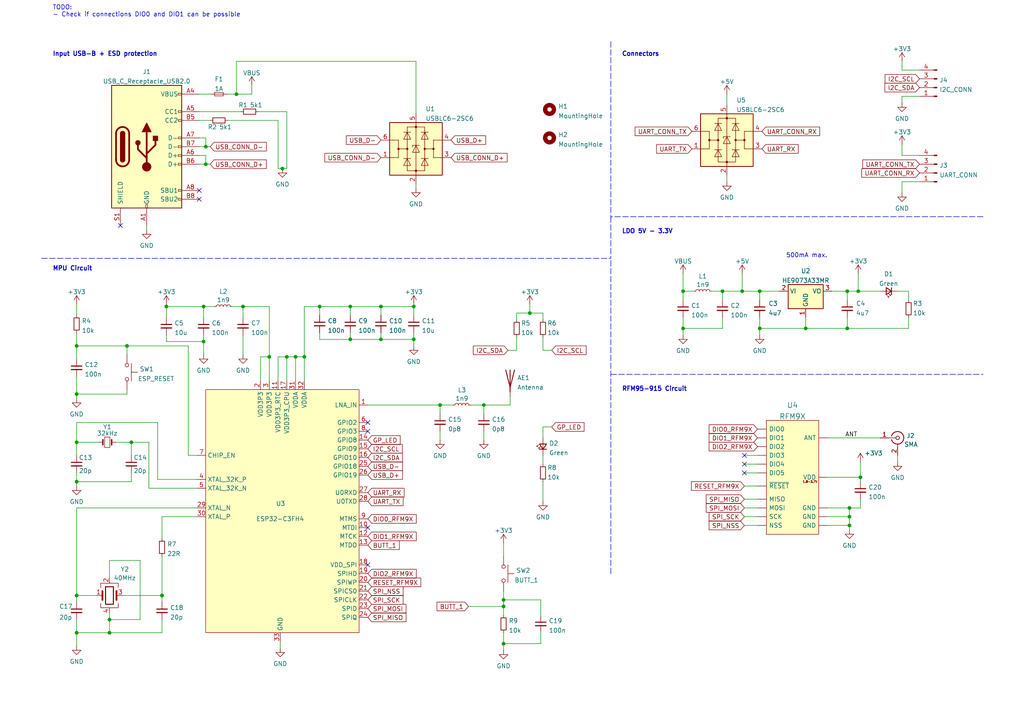
<source format=kicad_sch>
(kicad_sch (version 20211123) (generator eeschema)
  (paper "A4")
  (title_block (title "Gateway PCB Files") (date "2023-02-14") (rev "1.0") (company "UTEC"))
  (lib_symbols
    (symbol "Connector:Conn_01x04_Male" (pin_names (offset 1.016) hide)
      (property "Reference" "J" (at 0 5.08 0))
      (property "Value" "Conn_01x04_Male" (at 0 -7.62 0))
      (symbol "Conn_01x04_Male_1_1"
        (pin passive line (at 5.08 2.54 180) (length 3.81) (name "Pin_1") (number "1"))
        (pin passive line (at 5.08 0 180) (length 3.81) (name "Pin_2") (number "2"))
        (pin passive line (at 5.08 -2.54 180) (length 3.81) (name "Pin_3") (number "3"))
        (pin passive line (at 5.08 -5.08 180) (length 3.81) (name "Pin_4") (number "4"))
      )
    )
    (symbol "Connector:Conn_Coaxial" (pin_names (offset 1.016) hide)
      (property "Reference" "J" (at 0.254 3.048 0))
      (property "Value" "Conn_Coaxial" (at 2.921 0 90))
      (symbol "Conn_Coaxial_1_1"
        (pin passive line (at -5.08 0 0) (length 2.54) (name "In") (number "1"))
        (pin passive line (at 0 -5.08 90) (length 2.54) (name "Ext") (number "2"))
      )
    )
    (symbol "Connector:USB_C_Receptacle_USB2.0" (pin_names (offset 1.016))
      (property "Reference" "J" (at -10.16 19.05 0))
      (property "Value" "USB_C_Receptacle_USB2.0" (at 19.05 19.05 0))
      (symbol "USB_C_Receptacle_USB2.0_1_1"
        (pin passive line (at 0 -22.86 90) (length 5.08) (name "GND") (number "A1"))
        (pin passive line (at 0 -22.86 90) (length 5.08) hide (name "GND") (number "A12"))
        (pin passive line (at 15.24 15.24 180) (length 5.08) (name "VBUS") (number "A4"))
        (pin bidirectional line (at 15.24 10.16 180) (length 5.08) (name "CC1") (number "A5"))
        (pin bidirectional line (at 15.24 -2.54 180) (length 5.08) (name "D+") (number "A6"))
        (pin bidirectional line (at 15.24 2.54 180) (length 5.08) (name "D-") (number "A7"))
        (pin bidirectional line (at 15.24 -12.7 180) (length 5.08) (name "SBU1") (number "A8"))
        (pin passive line (at 15.24 15.24 180) (length 5.08) hide (name "VBUS") (number "A9"))
        (pin passive line (at 0 -22.86 90) (length 5.08) hide (name "GND") (number "B1"))
        (pin passive line (at 0 -22.86 90) (length 5.08) hide (name "GND") (number "B12"))
        (pin passive line (at 15.24 15.24 180) (length 5.08) hide (name "VBUS") (number "B4"))
        (pin bidirectional line (at 15.24 7.62 180) (length 5.08) (name "CC2") (number "B5"))
        (pin bidirectional line (at 15.24 -5.08 180) (length 5.08) (name "D+") (number "B6"))
        (pin bidirectional line (at 15.24 0 180) (length 5.08) (name "D-") (number "B7"))
        (pin bidirectional line (at 15.24 -15.24 180) (length 5.08) (name "SBU2") (number "B8"))
        (pin passive line (at 15.24 15.24 180) (length 5.08) hide (name "VBUS") (number "B9"))
        (pin passive line (at -7.62 -22.86 90) (length 5.08) (name "SHIELD") (number "S1"))
      )
    )
    (symbol "Device:Antenna" (pin_numbers hide) (pin_names (offset 1.016) hide)
      (property "Reference" "AE" (at -1.905 1.905 0))
      (property "Value" "Antenna" (at -1.905 0 0))
      (symbol "Antenna_1_1"
        (pin input line (at 0 -5.08 90) (length 2.54) (name "A") (number "1"))
      )
    )
    (symbol "Device:C_Small" (pin_numbers hide) (pin_names (offset 0.254) hide)
      (property "Reference" "C" (at 0.254 1.778 0))
      (property "Value" "C_Small" (at 0.254 -2.032 0))
      (symbol "C_Small_1_1"
        (pin passive line (at 0 2.54 270) (length 2.032) (name "~") (number "1"))
        (pin passive line (at 0 -2.54 90) (length 2.032) (name "~") (number "2"))
      )
    )
    (symbol "Device:Crystal_GND24" (pin_names (offset 1.016) hide)
      (property "Reference" "Y" (at 3.175 5.08 0))
      (property "Value" "Crystal_GND24" (at 3.175 3.175 0))
      (symbol "Crystal_GND24_1_1"
        (pin passive line (at -3.81 0 0) (length 1.27) (name "1") (number "1"))
        (pin passive line (at 0 5.08 270) (length 1.27) (name "2") (number "2"))
        (pin passive line (at 3.81 0 180) (length 1.27) (name "3") (number "3"))
        (pin passive line (at 0 -5.08 90) (length 1.27) (name "4") (number "4"))
      )
    )
    (symbol "Device:Crystal_Small" (pin_numbers hide) (pin_names (offset 1.016) hide)
      (property "Reference" "Y" (at 0 2.54 0))
      (property "Value" "Crystal_Small" (at 0 -2.54 0))
      (symbol "Crystal_Small_1_1"
        (pin passive line (at -2.54 0 0) (length 1.27) (name "1") (number "1"))
        (pin passive line (at 2.54 0 180) (length 1.27) (name "2") (number "2"))
      )
    )
    (symbol "Device:Fuse_Small" (pin_numbers hide) (pin_names (offset 0.254) hide)
      (property "Reference" "F" (at 0 -1.524 0))
      (property "Value" "Fuse_Small" (at 0 1.524 0))
      (symbol "Fuse_Small_1_1"
        (pin passive line (at -2.54 0 0) (length 1.27) (name "~") (number "1"))
        (pin passive line (at 2.54 0 180) (length 1.27) (name "~") (number "2"))
      )
    )
    (symbol "Device:LED_Small" (pin_numbers hide) (pin_names (offset 0.254) hide)
      (property "Reference" "D" (at -1.27 3.175 0))
      (property "Value" "LED_Small" (at -4.445 -2.54 0))
      (symbol "LED_Small_1_1"
        (pin passive line (at -2.54 0 0) (length 1.778) (name "K") (number "1"))
        (pin passive line (at 2.54 0 180) (length 1.778) (name "A") (number "2"))
      )
    )
    (symbol "Device:L_Small" (pin_numbers hide) (pin_names (offset 0.254) hide)
      (property "Reference" "L" (at 0.762 1.016 0))
      (property "Value" "L_Small" (at 0.762 -1.016 0))
      (symbol "L_Small_1_1"
        (pin passive line (at 0 2.54 270) (length 0.508) (name "~") (number "1"))
        (pin passive line (at 0 -2.54 90) (length 0.508) (name "~") (number "2"))
      )
    )
    (symbol "Device:R_Small" (pin_numbers hide) (pin_names (offset 0.254) hide)
      (property "Reference" "R" (at 0.762 0.508 0))
      (property "Value" "R_Small" (at 0.762 -1.016 0))
      (symbol "R_Small_1_1"
        (pin passive line (at 0 2.54 270) (length 0.762) (name "~") (number "1"))
        (pin passive line (at 0 -2.54 90) (length 0.762) (name "~") (number "2"))
      )
    )
    (symbol "MCU_Espressif:ESP32-C3FH4"
      (property "Reference" "U" (at 0 1.905 0))
      (property "Value" "ESP32-C3FH4" (at 0 -4.445 0))
      (symbol "ESP32-C3FH4_1_1"
        (pin output line (at 25.4 29.845 180) (length 2.54) (name "LNA_IN") (number "1"))
        (pin bidirectional line (at 25.4 -5.715 180) (length 2.54) (name "MTDI") (number "10"))
        (pin power_in line (at -0.635 36.83 270) (length 2.54) (name "VDD3P3_RTC") (number "11"))
        (pin bidirectional line (at 25.4 -8.255 180) (length 2.54) (name "MTCK") (number "12"))
        (pin bidirectional line (at 25.4 -10.795 180) (length 2.54) (name "MTDO") (number "13"))
        (pin bidirectional line (at 25.4 19.685 180) (length 2.54) (name "GPIO8") (number "14"))
        (pin bidirectional line (at 25.4 17.145 180) (length 2.54) (name "GPIO9") (number "15"))
        (pin bidirectional line (at 25.4 14.605 180) (length 2.54) (name "GPIO10") (number "16"))
        (pin power_in line (at 1.905 36.83 270) (length 2.54) (name "VDD3P3_CPU") (number "17"))
        (pin power_in line (at 25.4 -16.51 180) (length 2.54) (name "VDD_SPI") (number "18"))
        (pin bidirectional line (at 25.4 -19.05 180) (length 2.54) (name "SPIHD") (number "19"))
        (pin power_in line (at -5.715 36.83 270) (length 2.54) (name "VDD3P3") (number "2"))
        (pin bidirectional line (at 25.4 -21.59 180) (length 2.54) (name "SPIWP") (number "20"))
        (pin bidirectional line (at 25.4 -24.13 180) (length 2.54) (name "SPICS0") (number "21"))
        (pin bidirectional line (at 25.4 -26.67 180) (length 2.54) (name "SPICLK") (number "22"))
        (pin bidirectional line (at 25.4 -29.21 180) (length 2.54) (name "SPID") (number "23"))
        (pin bidirectional line (at 25.4 -31.75 180) (length 2.54) (name "SPIQ") (number "24"))
        (pin bidirectional line (at 25.4 12.065 180) (length 2.54) (name "GPIO18") (number "25"))
        (pin bidirectional line (at 25.4 9.525 180) (length 2.54) (name "GPIO19") (number "26"))
        (pin bidirectional line (at 25.4 4.445 180) (length 2.54) (name "U0RXD") (number "27"))
        (pin bidirectional line (at 25.4 1.905 180) (length 2.54) (name "U0TXD") (number "28"))
        (pin bidirectional line (at -24.13 0 0) (length 2.54) (name "XTAL_N") (number "29"))
        (pin power_in line (at -3.175 36.83 270) (length 2.54) (name "VDD3P3") (number "3"))
        (pin bidirectional line (at -24.13 -2.54 0) (length 2.54) (name "XTAL_P") (number "30"))
        (pin power_in line (at 4.445 36.83 270) (length 2.54) (name "VDDA") (number "31"))
        (pin power_in line (at 6.985 36.83 270) (length 2.54) (name "VDDA") (number "32"))
        (pin power_out line (at 0 -38.735 90) (length 2.54) (name "GND") (number "33"))
        (pin bidirectional line (at -24.13 8.255 0) (length 2.54) (name "XTAL_32K_P") (number "4"))
        (pin bidirectional line (at -24.13 5.715 0) (length 2.54) (name "XTAL_32K_N") (number "5"))
        (pin bidirectional line (at 25.4 24.765 180) (length 2.54) (name "GPIO2") (number "6"))
        (pin input line (at -24.13 15.24 0) (length 2.54) (name "CHIP_EN") (number "7"))
        (pin bidirectional line (at 25.4 22.225 180) (length 2.54) (name "GPIO3") (number "8"))
        (pin bidirectional line (at 25.4 -3.175 180) (length 2.54) (name "MTMS") (number "9"))
      )
    )
    (symbol "Mechanical:MountingHole" (pin_names (offset 1.016))
      (property "Reference" "H" (at 0 5.08 0))
      (property "Value" "MountingHole" (at 0 3.175 0))
    )
    (symbol "Power_Protection:USBLC6-2SC6" (pin_names hide)
      (property "Reference" "U" (at 2.54 8.89 0))
      (property "Value" "USBLC6-2SC6" (at 2.54 -8.89 0))
      (symbol "USBLC6-2SC6_1_1"
        (pin passive line (at -10.16 -2.54 0) (length 2.54) (name "I/O1") (number "1"))
        (pin passive line (at 0 -10.16 90) (length 2.54) (name "GND") (number "2"))
        (pin passive line (at 10.16 -2.54 180) (length 2.54) (name "I/O2") (number "3"))
        (pin passive line (at 10.16 2.54 180) (length 2.54) (name "I/O2") (number "4"))
        (pin passive line (at 0 10.16 270) (length 2.54) (name "VBUS") (number "5"))
        (pin passive line (at -10.16 2.54 0) (length 2.54) (name "I/O1") (number "6"))
      )
    )
    (symbol "RFM9X:RFM9X" (pin_numbers hide) (pin_names (offset 0.762))
      (property "Reference" "U4" (at 0 20.9139 0))
      (property "Value" "RFM9X" (at 0 17.6349 0))
      (symbol "RFM9X_0_0"
        (text "1.8-3.7V" (at 5.08 -1.27 0) (effects (font (size 0.6096 0.6096))))
      )
      (symbol "RFM9X_1_1"
        (pin power_in line (at 10.16 -8.89 180) (length 2.54) (name "GND") (number "1"))
        (pin power_in line (at 10.16 -13.97 180) (length 2.54) (name "GND") (number "10"))
        (pin bidirectional line (at -10.16 6.35 0) (length 2.54) (name "DIO3") (number "11"))
        (pin bidirectional line (at -10.16 3.81 0) (length 2.54) (name "DIO4") (number "12"))
        (pin power_in line (at 10.16 0 180) (length 2.54) (name "VDD") (number "13"))
        (pin bidirectional line (at -10.16 13.97 0) (length 2.54) (name "DIO0") (number "14"))
        (pin bidirectional line (at -10.16 11.43 0) (length 2.54) (name "DIO1") (number "15"))
        (pin bidirectional line (at -10.16 8.89 0) (length 2.54) (name "DIO2") (number "16"))
        (pin output line (at -10.16 -6.35 0) (length 2.54) (name "MISO") (number "2"))
        (pin input line (at -10.16 -8.89 0) (length 2.54) (name "MOSI") (number "3"))
        (pin input line (at -10.16 -11.43 0) (length 2.54) (name "SCK") (number "4"))
        (pin input line (at -10.16 -13.97 0) (length 2.54) (name "NSS") (number "5"))
        (pin input line (at -10.16 -2.54 0) (length 2.54) (name "~{RESET}") (number "6"))
        (pin bidirectional line (at -10.16 1.27 0) (length 2.54) (name "DIO5") (number "7"))
        (pin power_in line (at 10.16 -11.43 180) (length 2.54) (name "GND") (number "8"))
        (pin output line (at 10.16 11.43 180) (length 2.54) (name "ANT") (number "9"))
      )
    )
    (symbol "Regulator_Linear:MCP1754S-5002xCB"
      (property "Reference" "U?" (at 0 5.8715 0))
      (property "Value" "MCP1754S-5002xCB" (at 0 3.0964 0))
      (symbol "MCP1754S-5002xCB_1_1"
        (pin power_in line (at 0 -7.62 90) (length 2.54) (name "GND") (number "1"))
        (pin power_in line (at -7.62 0 0) (length 2.54) (name "VI") (number "2"))
        (pin power_out line (at 7.62 0 180) (length 2.54) (name "VO") (number "3"))
      )
    )
    (symbol "Switch:SW_Push" (pin_numbers hide) (pin_names (offset 1.016) hide)
      (property "Reference" "SW" (at 1.27 2.54 0))
      (property "Value" "SW_Push" (at 0 -1.524 0))
      (symbol "SW_Push_0_1"
        (pin passive line (at -5.08 0 0) (length 2.54) (name "1") (number "1"))
        (pin passive line (at 5.08 0 180) (length 2.54) (name "2") (number "2"))
      )
    )
    (symbol "power:+3.3V" (power) (pin_names (offset 0))
      (property "Value" "+3.3V" (at 0 3.556 0))
      (symbol "+3.3V_1_1"
        (pin power_in line (at 0 0 90) (length 0) hide (name "+3V3") (number "1"))
      )
    )
    (symbol "power:+3V3" (power) (pin_names (offset 0))
      (property "Value" "+3V3" (at 0 3.556 0))
      (symbol "+3V3_1_1"
        (pin power_in line (at 0 0 90) (length 0) hide (name "+3V3") (number "1"))
      )
    )
    (symbol "power:+5V" (power) (pin_names (offset 0))
      (property "Value" "+5V" (at 0 3.556 0))
      (symbol "+5V_1_1"
        (pin power_in line (at 0 0 90) (length 0) hide (name "+5V") (number "1"))
      )
    )
    (symbol "power:GND" (power) (pin_names (offset 0))
      (property "Value" "GND" (at 0 -3.81 0))
      (symbol "GND_1_1"
        (pin power_in line (at 0 0 270) (length 0) hide (name "GND") (number "1"))
      )
    )
    (symbol "power:VBUS" (power) (pin_names (offset 0))
      (property "Value" "VBUS" (at 0 3.81 0))
      (symbol "VBUS_1_1"
        (pin power_in line (at 0 0 90) (length 0) hide (name "VBUS") (number "1"))
      )
    )
  )
  (junction (at 46.99 172.72))
  (junction (at 22.225 114.3))
  (junction (at 140.335 117.475))
  (junction (at 22.225 128.27))
  (junction (at 59.69 42.545))
  (junction (at 85.725 103.505))
  (junction (at 245.745 84.455))
  (junction (at 198.12 84.455))
  (junction (at 246.38 147.32))
  (junction (at 146.05 173.99))
  (junction (at 120.015 88.9))
  (junction (at 246.38 152.4))
  (junction (at 153.67 90.805))
  (junction (at 127.635 117.475))
  (junction (at 70.485 88.9))
  (junction (at 110.49 88.9))
  (junction (at 59.055 99.06))
  (junction (at 83.185 103.505))
  (junction (at 38.1 128.27))
  (junction (at 245.745 95.25))
  (junction (at 198.12 95.25))
  (junction (at 101.6 98.425))
  (junction (at 220.345 84.455))
  (junction (at 146.05 175.895))
  (junction (at 78.105 103.505))
  (junction (at 215.265 84.455))
  (junction (at 48.26 88.9))
  (junction (at 31.75 179.705))
  (junction (at 22.225 100.33))
  (junction (at 249.555 138.43))
  (junction (at 209.55 84.455))
  (junction (at 233.68 95.25))
  (junction (at 120.015 98.425))
  (junction (at 146.05 186.69))
  (junction (at 81.915 48.895))
  (junction (at 59.69 47.625))
  (junction (at 59.055 88.9))
  (junction (at 22.225 172.72))
  (junction (at 248.92 84.455))
  (junction (at 246.38 149.86))
  (junction (at 22.225 139.7))
  (junction (at 92.71 88.9))
  (junction (at 110.49 98.425))
  (junction (at 88.265 103.505))
  (junction (at 22.225 183.515))
  (junction (at 31.75 183.515))
  (junction (at 36.83 100.33))
  (junction (at 68.58 27.305))
  (junction (at 220.345 95.25))
  (junction (at 101.6 88.9))
  (no_connect (at 106.68 125.095))
  (no_connect (at 215.9 134.62))
  (no_connect (at 34.925 65.405))
  (no_connect (at 215.9 132.08))
  (no_connect (at 106.68 163.83))
  (no_connect (at 106.68 153.035))
  (no_connect (at 215.9 137.16))
  (no_connect (at 57.785 55.245))
  (no_connect (at 106.68 122.555))
  (no_connect (at 57.785 57.785))
  (wire (pts (xy 48.26 97.155) (xy 48.26 99.06)))
  (wire (pts (xy 22.225 183.515) (xy 22.225 187.325)))
  (wire (pts (xy 215.9 152.4) (xy 219.71 152.4)))
  (wire (pts (xy 249.555 147.32) (xy 246.38 147.32)))
  (wire (pts (xy 75.565 110.49) (xy 75.565 103.505)))
  (wire (pts (xy 48.26 99.06) (xy 59.055 99.06)))
  (wire (pts (xy 245.745 84.455) (xy 245.745 86.995)))
  (wire (pts (xy 92.71 88.9) (xy 101.6 88.9)))
  (wire (pts (xy 146.05 186.69) (xy 146.05 188.595)))
  (wire (pts (xy 88.265 88.9) (xy 88.265 103.505)))
  (wire (pts (xy 83.185 48.895) (xy 81.915 48.895)))
  (wire (pts (xy 59.69 45.085) (xy 59.69 47.625)))
  (wire (pts (xy 80.645 103.505) (xy 83.185 103.505)))
  (wire (pts (xy 22.225 114.3) (xy 22.225 115.57)))
  (wire (pts (xy 57.785 42.545) (xy 59.69 42.545)))
  (wire (pts (xy 60.96 27.305) (xy 57.785 27.305)))
  (wire (pts (xy 157.48 139.7) (xy 157.48 145.415)))
  (wire (pts (xy 149.86 101.6) (xy 147.32 101.6)))
  (wire (pts (xy 220.345 95.25) (xy 220.345 97.155)))
  (wire (pts (xy 22.225 139.7) (xy 22.225 140.97)))
  (wire (pts (xy 35.56 172.72) (xy 46.99 172.72)))
  (wire (pts (xy 85.725 110.49) (xy 85.725 103.505)))
  (wire (pts (xy 81.28 186.055) (xy 81.28 187.96)))
  (wire (pts (xy 70.485 88.9) (xy 70.485 92.075)))
  (wire (pts (xy 46.99 172.72) (xy 46.99 174.625)))
  (wire (pts (xy 245.745 92.075) (xy 245.745 95.25)))
  (wire (pts (xy 88.265 88.9) (xy 92.71 88.9)))
  (wire (pts (xy 22.225 122.555) (xy 22.225 128.27)))
  (wire (pts (xy 22.225 147.32) (xy 22.225 172.72)))
  (wire (pts (xy 220.345 84.455) (xy 220.345 86.995)))
  (wire (pts (xy 120.015 88.9) (xy 120.015 91.44)))
  (wire (pts (xy 261.62 20.32) (xy 266.7 20.32)))
  (wire (pts (xy 215.9 134.62) (xy 219.71 134.62)))
  (wire (pts (xy 198.12 92.075) (xy 198.12 95.25)))
  (wire (pts (xy 149.86 97.79) (xy 149.86 101.6)))
  (wire (pts (xy 74.93 32.385) (xy 83.185 32.385)))
  (wire (pts (xy 73.025 27.305) (xy 73.025 24.765)))
  (wire (pts (xy 88.265 103.505) (xy 88.265 110.49)))
  (wire (pts (xy 220.345 84.455) (xy 226.06 84.455)))
  (wire (pts (xy 22.225 109.22) (xy 22.225 114.3)))
  (wire (pts (xy 22.225 128.27) (xy 28.575 128.27)))
  (wire (pts (xy 209.55 92.075) (xy 209.55 95.25)))
  (wire (pts (xy 57.785 40.005) (xy 59.69 40.005)))
  (wire (pts (xy 46.99 149.86) (xy 57.15 149.86)))
  (wire (pts (xy 31.75 162.56) (xy 40.64 162.56)))
  (wire (pts (xy 80.645 48.895) (xy 81.915 48.895)))
  (wire (pts (xy 59.69 47.625) (xy 60.96 47.625)))
  (wire (pts (xy 136.525 117.475) (xy 140.335 117.475)))
  (wire (pts (xy 260.35 84.455) (xy 263.525 84.455)))
  (wire (pts (xy 31.75 179.705) (xy 31.75 183.515)))
  (wire (pts (xy 149.86 90.805) (xy 153.67 90.805)))
  (wire (pts (xy 146.05 175.895) (xy 146.05 178.435)))
  (wire (pts (xy 22.225 100.33) (xy 22.225 96.52)))
  (wire (pts (xy 215.9 147.32) (xy 219.71 147.32)))
  (wire (pts (xy 57.785 47.625) (xy 59.69 47.625)))
  (wire (pts (xy 135.89 175.895) (xy 146.05 175.895)))
  (wire (pts (xy 38.1 128.27) (xy 38.1 132.08)))
  (wire (pts (xy 22.225 139.7) (xy 38.1 139.7)))
  (wire (pts (xy 110.49 88.9) (xy 120.015 88.9)))
  (wire (pts (xy 149.86 92.71) (xy 149.86 90.805)))
  (wire (pts (xy 240.03 138.43) (xy 249.555 138.43)))
  (wire (pts (xy 68.58 17.78) (xy 120.65 17.78)))
  (wire (pts (xy 146.05 157.48) (xy 146.05 161.29)))
  (wire (pts (xy 215.9 144.78) (xy 219.71 144.78)))
  (wire (pts (xy 241.3 84.455) (xy 245.745 84.455)))
  (wire (pts (xy 156.845 178.435) (xy 156.845 173.99)))
  (wire (pts (xy 249.555 138.43) (xy 249.555 139.7)))
  (wire (pts (xy 210.82 27.305) (xy 210.82 30.48)))
  (wire (pts (xy 67.31 88.9) (xy 70.485 88.9)))
  (wire (pts (xy 245.745 84.455) (xy 248.92 84.455)))
  (wire (pts (xy 92.71 91.44) (xy 92.71 88.9)))
  (wire (pts (xy 101.6 98.425) (xy 110.49 98.425)))
  (wire (pts (xy 260.35 133.985) (xy 260.35 132.08)))
  (wire (pts (xy 59.69 42.545) (xy 60.96 42.545)))
  (wire (pts (xy 198.12 79.375) (xy 198.12 84.455)))
  (wire (pts (xy 101.6 96.52) (xy 101.6 98.425)))
  (wire (pts (xy 198.12 84.455) (xy 201.295 84.455)))
  (wire (pts (xy 198.12 95.25) (xy 198.12 97.155)))
  (wire (pts (xy 120.015 96.52) (xy 120.015 98.425)))
  (wire (pts (xy 57.785 32.385) (xy 69.85 32.385)))
  (wire (pts (xy 22.225 172.72) (xy 27.94 172.72)))
  (wire (pts (xy 261.62 29.845) (xy 261.62 27.94)))
  (wire (pts (xy 110.49 98.425) (xy 120.015 98.425)))
  (wire (pts (xy 157.48 92.71) (xy 157.48 90.805)))
  (wire (pts (xy 48.26 88.265) (xy 48.26 88.9)))
  (wire (pts (xy 78.105 110.49) (xy 78.105 103.505)))
  (wire (pts (xy 215.9 132.08) (xy 219.71 132.08)))
  (wire (pts (xy 263.525 92.075) (xy 263.525 95.25)))
  (wire (pts (xy 261.62 27.94) (xy 266.7 27.94)))
  (wire (pts (xy 246.38 149.86) (xy 246.38 152.4)))
  (wire (pts (xy 110.49 96.52) (xy 110.49 98.425)))
  (wire (pts (xy 101.6 91.44) (xy 101.6 88.9)))
  (wire (pts (xy 31.75 179.705) (xy 40.64 179.705)))
  (wire (pts (xy 245.745 95.25) (xy 233.68 95.25)))
  (wire (pts (xy 233.68 95.25) (xy 220.345 95.25)))
  (wire (pts (xy 57.15 132.08) (xy 54.61 132.08)))
  (wire (pts (xy 127.635 125.095) (xy 127.635 127.635)))
  (wire (pts (xy 36.83 100.33) (xy 22.225 100.33)))
  (wire (pts (xy 22.225 137.16) (xy 22.225 139.7)))
  (wire (pts (xy 261.62 52.705) (xy 266.7 52.705)))
  (wire (pts (xy 59.69 40.005) (xy 59.69 42.545)))
  (wire (pts (xy 240.03 147.32) (xy 246.38 147.32)))
  (wire (pts (xy 157.48 132.08) (xy 157.48 134.62)))
  (wire (pts (xy 157.48 97.79) (xy 157.48 101.6)))
  (wire (pts (xy 46.99 179.705) (xy 46.99 183.515)))
  (wire (pts (xy 240.03 127) (xy 255.27 127)))
  (wire (pts (xy 120.015 98.425) (xy 120.015 100.33)))
  (wire (pts (xy 209.55 95.25) (xy 198.12 95.25)))
  (wire (pts (xy 48.26 88.9) (xy 48.26 92.075)))
  (wire (pts (xy 40.64 162.56) (xy 40.64 179.705)))
  (wire (pts (xy 68.58 17.78) (xy 68.58 27.305)))
  (wire (pts (xy 106.68 117.475) (xy 127.635 117.475)))
  (wire (pts (xy 57.15 147.32) (xy 22.225 147.32)))
  (wire (pts (xy 246.38 152.4) (xy 246.38 153.67)))
  (wire (pts (xy 263.525 84.455) (xy 263.525 86.995)))
  (wire (pts (xy 209.55 84.455) (xy 215.265 84.455)))
  (wire (pts (xy 220.345 92.075) (xy 220.345 95.25)))
  (wire (pts (xy 57.785 34.925) (xy 60.96 34.925)))
  (wire (pts (xy 120.015 88.265) (xy 120.015 88.9)))
  (wire (pts (xy 240.03 149.86) (xy 246.38 149.86)))
  (wire (pts (xy 38.1 137.16) (xy 38.1 139.7)))
  (wire (pts (xy 153.67 90.805) (xy 153.67 88.265)))
  (polyline (pts (xy 177.165 166.37) (xy 177.165 74.93)))
  (wire (pts (xy 75.565 103.505) (xy 78.105 103.505)))
  (wire (pts (xy 80.645 110.49) (xy 80.645 103.505)))
  (wire (pts (xy 157.48 123.825) (xy 160.02 123.825)))
  (wire (pts (xy 22.225 179.705) (xy 22.225 183.515)))
  (wire (pts (xy 59.055 88.9) (xy 62.23 88.9)))
  (wire (pts (xy 54.61 100.33) (xy 54.61 132.08)))
  (wire (pts (xy 85.725 103.505) (xy 88.265 103.505)))
  (wire (pts (xy 36.83 100.33) (xy 36.83 102.87)))
  (wire (pts (xy 48.26 88.9) (xy 59.055 88.9)))
  (wire (pts (xy 46.99 161.29) (xy 46.99 172.72)))
  (wire (pts (xy 157.48 127) (xy 157.48 123.825)))
  (wire (pts (xy 156.845 173.99) (xy 146.05 173.99)))
  (wire (pts (xy 140.335 125.095) (xy 140.335 127.635)))
  (wire (pts (xy 22.225 174.625) (xy 22.225 172.72)))
  (wire (pts (xy 22.225 183.515) (xy 31.75 183.515)))
  (wire (pts (xy 22.225 128.27) (xy 22.225 132.08)))
  (wire (pts (xy 66.04 34.925) (xy 80.645 34.925)))
  (wire (pts (xy 240.03 152.4) (xy 246.38 152.4)))
  (wire (pts (xy 110.49 91.44) (xy 110.49 88.9)))
  (wire (pts (xy 59.055 97.155) (xy 59.055 99.06)))
  (wire (pts (xy 146.05 171.45) (xy 146.05 173.99)))
  (wire (pts (xy 92.71 98.425) (xy 101.6 98.425)))
  (wire (pts (xy 120.65 17.78) (xy 120.65 33.02)))
  (wire (pts (xy 101.6 88.9) (xy 110.49 88.9)))
  (wire (pts (xy 215.9 140.97) (xy 219.71 140.97)))
  (wire (pts (xy 146.05 173.99) (xy 146.05 175.895)))
  (wire (pts (xy 209.55 84.455) (xy 209.55 86.995)))
  (wire (pts (xy 248.92 79.375) (xy 248.92 84.455)))
  (wire (pts (xy 59.055 92.075) (xy 59.055 88.9)))
  (wire (pts (xy 146.05 183.515) (xy 146.05 186.69)))
  (wire (pts (xy 261.62 45.085) (xy 266.7 45.085)))
  (wire (pts (xy 140.335 117.475) (xy 140.335 120.015)))
  (wire (pts (xy 66.04 27.305) (xy 68.58 27.305)))
  (wire (pts (xy 215.265 79.375) (xy 215.265 84.455)))
  (wire (pts (xy 83.185 110.49) (xy 83.185 103.505)))
  (wire (pts (xy 36.83 113.03) (xy 36.83 114.3)))
  (wire (pts (xy 45.72 139.065) (xy 45.72 122.555)))
  (wire (pts (xy 57.15 141.605) (xy 43.18 141.605)))
  (wire (pts (xy 215.9 149.86) (xy 219.71 149.86)))
  (wire (pts (xy 147.955 117.475) (xy 140.335 117.475)))
  (wire (pts (xy 36.83 100.33) (xy 54.61 100.33)))
  (wire (pts (xy 147.955 114.935) (xy 147.955 117.475)))
  (wire (pts (xy 57.15 139.065) (xy 45.72 139.065)))
  (wire (pts (xy 261.62 41.91) (xy 261.62 45.085)))
  (wire (pts (xy 68.58 27.305) (xy 73.025 27.305)))
  (wire (pts (xy 42.545 65.405) (xy 42.545 66.675)))
  (wire (pts (xy 31.75 167.64) (xy 31.75 162.56)))
  (wire (pts (xy 43.18 141.605) (xy 43.18 128.27)))
  (wire (pts (xy 22.225 100.33) (xy 22.225 104.14)))
  (wire (pts (xy 246.38 147.32) (xy 246.38 149.86)))
  (wire (pts (xy 36.83 114.3) (xy 22.225 114.3)))
  (wire (pts (xy 83.185 103.505) (xy 85.725 103.505)))
  (wire (pts (xy 78.105 88.9) (xy 70.485 88.9)))
  (wire (pts (xy 83.185 32.385) (xy 83.185 48.895)))
  (polyline (pts (xy 12.065 74.93) (xy 177.165 74.93)))
  (wire (pts (xy 261.62 55.88) (xy 261.62 52.705)))
  (wire (pts (xy 263.525 95.25) (xy 245.745 95.25)))
  (wire (pts (xy 127.635 120.015) (xy 127.635 117.475)))
  (wire (pts (xy 43.18 128.27) (xy 38.1 128.27)))
  (wire (pts (xy 57.785 45.085) (xy 59.69 45.085)))
  (wire (pts (xy 248.92 84.455) (xy 255.27 84.455)))
  (polyline (pts (xy 177.165 108.585) (xy 285.115 108.585)))
  (wire (pts (xy 31.75 183.515) (xy 46.99 183.515)))
  (wire (pts (xy 33.655 128.27) (xy 38.1 128.27)))
  (wire (pts (xy 215.265 84.455) (xy 220.345 84.455)))
  (wire (pts (xy 80.645 34.925) (xy 80.645 48.895)))
  (wire (pts (xy 59.055 99.06) (xy 59.055 102.87)))
  (wire (pts (xy 78.105 103.505) (xy 78.105 88.9)))
  (polyline (pts (xy 177.165 12.065) (xy 177.165 63.5)))
  (wire (pts (xy 210.82 50.8) (xy 210.82 52.705)))
  (wire (pts (xy 127.635 117.475) (xy 131.445 117.475)))
  (wire (pts (xy 156.845 186.69) (xy 146.05 186.69)))
  (wire (pts (xy 249.555 133.985) (xy 249.555 138.43)))
  (wire (pts (xy 45.72 122.555) (xy 22.225 122.555)))
  (wire (pts (xy 261.62 17.78) (xy 261.62 20.32)))
  (wire (pts (xy 215.9 137.16) (xy 219.71 137.16)))
  (wire (pts (xy 198.12 86.995) (xy 198.12 84.455)))
  (wire (pts (xy 157.48 101.6) (xy 160.02 101.6)))
  (wire (pts (xy 31.75 177.8) (xy 31.75 179.705)))
  (wire (pts (xy 92.71 96.52) (xy 92.71 98.425)))
  (polyline (pts (xy 285.115 62.865) (xy 177.165 62.865)))
  (wire (pts (xy 249.555 144.78) (xy 249.555 147.32)))
  (wire (pts (xy 157.48 90.805) (xy 153.67 90.805)))
  (polyline (pts (xy 177.165 62.865) (xy 177.165 74.93)))
  (wire (pts (xy 70.485 97.155) (xy 70.485 102.87)))
  (wire (pts (xy 120.65 53.34) (xy 120.65 54.61)))
  (wire (pts (xy 22.225 88.265) (xy 22.225 91.44)))
  (wire (pts (xy 46.99 149.86) (xy 46.99 156.21)))
  (wire (pts (xy 206.375 84.455) (xy 209.55 84.455)))
  (wire (pts (xy 233.68 92.075) (xy 233.68 95.25)))
  (wire (pts (xy 156.845 183.515) (xy 156.845 186.69)))
  (text "Connectors" (at 180.34 16.51 0) (effects (font (size 1.27 1.27) (thickness 0.254) bold) (justify left bottom)))
  (text "RFM95-915 Circuit" (at 180.34 113.665 0) (effects (font (size 1.27 1.27) (thickness 0.254) bold) (justify left bottom)))
  (text "500mA max." (at 227.965 74.93 0) (effects (font (size 1.27 1.27)) (justify left bottom)))
  (text "MPU Circuit" (at 15.24 78.74 0) (effects (font (size 1.27 1.27) (thickness 0.254) bold) (justify left bottom)))
  (text "TODO:\n- Check if connections DIO0 and DIO1 can be possible" (at 15.24 5.08 0) (effects (font (size 1.27 1.27)) (justify left bottom)))
  (text "LDO 5V - 3.3V" (at 180.34 67.945 0) (effects (font (size 1.27 1.27) (thickness 0.254) bold) (justify left bottom)))
  (text "Input USB-B + ESD protection" (at 15.24 16.51 0) (effects (font (size 1.27 1.27) (thickness 0.254) bold) (justify left bottom)))
  (label "ANT" (at 245.11 127 0))
  (global_label "UART_RX" (shape input) (at 106.68 142.875 0) (property "Intersheet References" "${INTERSHEET_REFS}" (effects hide)))
  (global_label "RESET_RFM9X" (shape input) (at 215.9 140.97 180) (property "Intersheet References" "${INTERSHEET_REFS}" (effects hide)))
  (global_label "DIO0_RFM9X" (shape input) (at 106.68 150.495 0) (property "Intersheet References" "${INTERSHEET_REFS}" (effects hide)))
  (global_label "I2C_SDA" (shape input) (at 266.7 25.4 180) (property "Intersheet References" "${INTERSHEET_REFS}" (effects hide)))
  (global_label "UART_CONN_RX" (shape input) (at 220.98 38.1 0) (property "Intersheet References" "${INTERSHEET_REFS}" (effects hide)))
  (global_label "USB_D+" (shape input) (at 130.81 40.64 0) (property "Intersheet References" "${INTERSHEET_REFS}" (effects hide)))
  (global_label "DIO2_RFM9X" (shape input) (at 106.68 166.37 0) (property "Intersheet References" "${INTERSHEET_REFS}" (effects hide)))
  (global_label "SPI_MOSI" (shape input) (at 106.68 176.53 0) (property "Intersheet References" "${INTERSHEET_REFS}" (effects hide)))
  (global_label "SPI_SCK" (shape input) (at 215.9 149.86 180) (property "Intersheet References" "${INTERSHEET_REFS}" (effects hide)))
  (global_label "I2C_SCL" (shape input) (at 106.68 130.175 0) (property "Intersheet References" "${INTERSHEET_REFS}" (effects hide)))
  (global_label "UART_RX" (shape input) (at 220.98 43.18 0) (property "Intersheet References" "${INTERSHEET_REFS}" (effects hide)))
  (global_label "I2C_SDA" (shape input) (at 106.68 132.715 0) (property "Intersheet References" "${INTERSHEET_REFS}" (effects hide)))
  (global_label "USB_CONN_D-" (shape input) (at 60.96 42.545 0) (property "Intersheet References" "${INTERSHEET_REFS}" (effects hide)))
  (global_label "BUTT_1" (shape input) (at 135.89 175.895 180) (property "Intersheet References" "${INTERSHEET_REFS}" (effects hide)))
  (global_label "USB_CONN_D+" (shape input) (at 60.96 47.625 0) (property "Intersheet References" "${INTERSHEET_REFS}" (effects hide)))
  (global_label "BUTT_1" (shape input) (at 106.68 158.115 0) (property "Intersheet References" "${INTERSHEET_REFS}" (effects hide)))
  (global_label "SPI_MISO" (shape input) (at 215.9 144.78 180) (property "Intersheet References" "${INTERSHEET_REFS}" (effects hide)))
  (global_label "I2C_SCL" (shape input) (at 266.7 22.86 180) (property "Intersheet References" "${INTERSHEET_REFS}" (effects hide)))
  (global_label "SPI_MOSI" (shape input) (at 215.9 147.32 180) (property "Intersheet References" "${INTERSHEET_REFS}" (effects hide)))
  (global_label "SPI_NSS" (shape input) (at 215.9 152.4 180) (property "Intersheet References" "${INTERSHEET_REFS}" (effects hide)))
  (global_label "SPI_NSS" (shape input) (at 106.68 171.45 0) (property "Intersheet References" "${INTERSHEET_REFS}" (effects hide)))
  (global_label "I2C_SDA" (shape input) (at 147.32 101.6 180) (property "Intersheet References" "${INTERSHEET_REFS}" (effects hide)))
  (global_label "USB_D-" (shape input) (at 106.68 135.255 0) (property "Intersheet References" "${INTERSHEET_REFS}" (effects hide)))
  (global_label "UART_CONN_TX" (shape input) (at 266.7 47.625 180) (property "Intersheet References" "${INTERSHEET_REFS}" (effects hide)))
  (global_label "USB_D+" (shape input) (at 106.68 137.795 0) (property "Intersheet References" "${INTERSHEET_REFS}" (effects hide)))
  (global_label "UART_CONN_RX" (shape input) (at 266.7 50.165 180) (property "Intersheet References" "${INTERSHEET_REFS}" (effects hide)))
  (global_label "UART_TX" (shape input) (at 200.66 43.18 180) (property "Intersheet References" "${INTERSHEET_REFS}" (effects hide)))
  (global_label "GP_LED" (shape input) (at 106.68 127.635 0) (property "Intersheet References" "${INTERSHEET_REFS}" (effects hide)))
  (global_label "GP_LED" (shape input) (at 160.02 123.825 0) (property "Intersheet References" "${INTERSHEET_REFS}" (effects hide)))
  (global_label "RESET_RFM9X" (shape input) (at 106.68 168.91 0) (property "Intersheet References" "${INTERSHEET_REFS}" (effects hide)))
  (global_label "DIO1_RFM9X" (shape input) (at 106.68 155.575 0) (property "Intersheet References" "${INTERSHEET_REFS}" (effects hide)))
  (global_label "DIO1_RFM9X" (shape input) (at 219.71 127 180) (property "Intersheet References" "${INTERSHEET_REFS}" (effects hide)))
  (global_label "UART_TX" (shape input) (at 106.68 145.415 0) (property "Intersheet References" "${INTERSHEET_REFS}" (effects hide)))
  (global_label "SPI_MISO" (shape input) (at 106.68 179.07 0) (property "Intersheet References" "${INTERSHEET_REFS}" (effects hide)))
  (global_label "I2C_SCL" (shape input) (at 160.02 101.6 0) (property "Intersheet References" "${INTERSHEET_REFS}" (effects hide)))
  (global_label "USB_CONN_D-" (shape input) (at 110.49 45.72 180) (property "Intersheet References" "${INTERSHEET_REFS}" (effects hide)))
  (global_label "USB_D-" (shape input) (at 110.49 40.64 180) (property "Intersheet References" "${INTERSHEET_REFS}" (effects hide)))
  (global_label "DIO2_RFM9X" (shape input) (at 219.71 129.54 180) (property "Intersheet References" "${INTERSHEET_REFS}" (effects hide)))
  (global_label "USB_CONN_D+" (shape input) (at 130.81 45.72 0) (property "Intersheet References" "${INTERSHEET_REFS}" (effects hide)))
  (global_label "UART_CONN_TX" (shape input) (at 200.66 38.1 180) (property "Intersheet References" "${INTERSHEET_REFS}" (effects hide)))
  (global_label "SPI_SCK" (shape input) (at 106.68 173.99 0) (property "Intersheet References" "${INTERSHEET_REFS}" (effects hide)))
  (global_label "DIO0_RFM9X" (shape input) (at 219.71 124.46 180) (property "Intersheet References" "${INTERSHEET_REFS}" (effects hide)))
  (symbol (lib_id "power:GND") (at 140.335 127.635 0) (unit 1)
    (property "Reference" "#PWR018" (effects hide))
    (property "Value" "GND" (at 140.335 132.1975 0))
  )
  (symbol (lib_id "Device:C_Small") (at 22.225 134.62 0) (unit 1)
    (property "Reference" "C13" (at 22.86 132.715 0) (effects (justify left)))
    (property "Value" "20p" (at 22.86 136.525 0) (effects (justify left)))
    (property "Footprint" "Capacitor_SMD:C_0402_1005Metric" (effects hide))
  )
  (symbol (lib_id "power:GND") (at 42.545 66.675 0) (unit 1)
    (property "Reference" "#PWR05" (effects hide))
    (property "Value" "GND" (at 42.545 71.2375 0))
  )
  (symbol (lib_id "Device:R_Small") (at 157.48 95.25 0) (unit 1)
    (property "Reference" "R6" (at 158.75 93.7449 0) (effects (justify left)))
    (property "Value" "10k" (at 158.75 96.52 0) (effects (justify left)))
    (property "Footprint" "Resistor_SMD:R_0805_2012Metric" (effects hide))
  )
  (symbol (lib_id "Connector:USB_C_Receptacle_USB2.0") (at 42.545 42.545 0) (unit 1)
    (property "Reference" "J1" (at 42.545 20.7985 0))
    (property "Value" "USB_C_Receptacle_USB2.0" (at 42.545 23.5736 0))
    (property "Footprint" "Connector_USB:USB_C_Receptacle_HRO_TYPE-C-31-M-12" (effects hide))
    (property "Datasheet" "https://www.usb.org/sites/default/files/documents/usb_type-c.zip" (effects hide))
    (property "Code Mouser" "USB4105-GF-A" (effects hide))
  )
  (symbol (lib_id "power:+3V3") (at 48.26 88.265 0) (unit 1)
    (property "Reference" "#PWR06" (effects hide))
    (property "Value" "+3V3" (at 48.26 84.6605 0))
  )
  (symbol (lib_id "Device:R_Small") (at 263.525 89.535 0) (unit 1)
    (property "Reference" "R3" (at 264.795 88.0299 0) (effects (justify left)))
    (property "Value" "10k" (at 264.795 90.805 0) (effects (justify left)))
    (property "Footprint" "Resistor_SMD:R_0805_2012Metric" (effects hide))
  )
  (symbol (lib_id "power:+3V3") (at 248.92 79.375 0) (unit 1)
    (property "Reference" "#PWR025" (effects hide))
    (property "Value" "+3V3" (at 248.92 75.7705 0))
  )
  (symbol (lib_id "Connector:Conn_Coaxial") (at 260.35 127 0) (unit 1)
    (property "Reference" "J2" (at 262.89 126.3847 0) (effects (justify left)))
    (property "Value" "SMA" (at 262.255 128.905 0) (effects (justify left)))
    (property "Footprint" "Connector_Coaxial:SMA_Samtec_SMA-J-P-X-ST-EM1_EdgeMount" (effects hide))
    (property "Datasheet" " ~" (effects hide))
  )
  (symbol (lib_id "power:GND") (at 260.35 133.985 0) (unit 1)
    (property "Reference" "#PWR032" (effects hide))
    (property "Value" "GND" (at 260.35 138.5475 0))
  )
  (symbol (lib_id "Connector:Conn_01x04_Male") (at 271.78 25.4 180) (unit 1)
    (property "Reference" "J4" (at 272.4912 23.2215 0) (effects (justify right)))
    (property "Value" "I2C_CONN" (at 272.4912 25.9966 0) (effects (justify right)))
    (property "Footprint" "Connector_PinHeader_2.54mm:PinHeader_1x04_P2.54mm_Vertical" (effects hide))
  )
  (symbol (lib_id "Device:C_Small") (at 127.635 122.555 0) (unit 1)
    (property "Reference" "C15" (at 129.9591 121.6528 0) (effects (justify left)))
    (property "Value" "0p8" (at 129.9591 124.4279 0) (effects (justify left)))
    (property "Footprint" "Capacitor_SMD:C_0402_1005Metric" (effects hide))
  )
  (symbol (lib_id "Device:C_Small") (at 209.55 89.535 0) (unit 1)
    (property "Reference" "C2" (at 211.8741 88.6328 0) (effects (justify left)))
    (property "Value" "100n " (at 211.8741 91.4079 0) (effects (justify left)))
    (property "Footprint" "Capacitor_SMD:C_1206_3216Metric" (effects hide))
  )
  (symbol (lib_id "Device:Fuse_Small") (at 63.5 27.305 0) (unit 1)
    (property "Reference" "F1" (at 63.5 22.9575 0))
    (property "Value" "1A" (at 63.5 25.7326 0))
    (property "Footprint" "Fuse:Fuse_0603_1608Metric" (effects hide))
  )
  (symbol (lib_id "power:GND") (at 127.635 127.635 0) (unit 1)
    (property "Reference" "#PWR015" (effects hide))
    (property "Value" "GND" (at 127.635 132.1975 0))
  )
  (symbol (lib_id "Power_Protection:USBLC6-2SC6") (at 120.65 43.18 0) (unit 1)
    (property "Reference" "U1" (at 123.4187 31.5935 0) (effects (justify left)))
    (property "Value" "USBLC6-2SC6" (at 123.4187 34.3686 0) (effects (justify left)))
    (property "Footprint" "Package_TO_SOT_SMD:SOT-23-6" (effects hide))
    (property "Datasheet" "https://www.st.com/resource/en/datasheet/usblc6-2.pdf" (effects hide))
  )
  (symbol (lib_id "power:GND") (at 198.12 97.155 0) (unit 1)
    (property "Reference" "#PWR020" (effects hide))
    (property "Value" "GND" (at 198.12 101.7175 0))
  )
  (symbol (lib_id "power:+3V3") (at 22.225 88.265 0) (unit 1)
    (property "Reference" "#PWR01" (effects hide))
    (property "Value" "+3V3" (at 22.225 84.6605 0))
  )
  (symbol (lib_id "power:+3V3") (at 261.62 41.91 0) (unit 1)
    (property "Reference" "#PWR030" (effects hide))
    (property "Value" "+3V3" (at 261.62 38.3055 0))
  )
  (symbol (lib_id "power:GND") (at 120.65 54.61 0) (unit 1)
    (property "Reference" "#PWR012" (effects hide))
    (property "Value" "GND" (at 120.65 59.1725 0))
  )
  (symbol (lib_id "power:GND") (at 220.345 97.155 0) (unit 1)
    (property "Reference" "#PWR024" (effects hide))
    (property "Value" "GND" (at 220.345 101.7175 0))
  )
  (symbol (lib_id "Device:C_Small") (at 101.6 93.98 0) (unit 1)
    (property "Reference" "C9" (at 103.9241 93.0778 0) (effects (justify left)))
    (property "Value" "100n" (at 103.9241 95.8529 0) (effects (justify left)))
    (property "Footprint" "Capacitor_SMD:C_0402_1005Metric" (effects hide))
  )
  (symbol (lib_id "RFM9X:RFM9X") (at 229.87 138.43 0) (unit 1)
    (property "Reference" "U4" (at 229.87 117.5161 0) (effects (font (size 1.524 1.524))))
    (property "Value" "RFM9X" (at 229.87 120.7951 0) (effects (font (size 1.524 1.524))))
    (property "Footprint" "LoRa_RFM9x:RFM9X-SMD" (effects hide))
    (property "LCSC Part #" "C2844473" (effects hide))
  )
  (symbol (lib_id "power:GND") (at 22.225 187.325 0) (unit 1)
    (property "Reference" "#PWR04" (effects hide))
    (property "Value" "GND" (at 22.225 191.8875 0))
  )
  (symbol (lib_id "power:+5V") (at 215.265 79.375 0) (unit 1)
    (property "Reference" "#PWR0102" (effects hide))
    (property "Value" "+5V" (at 215.265 75.7705 0))
  )
  (symbol (lib_id "Power_Protection:USBLC6-2SC6") (at 210.82 40.64 0) (unit 1)
    (property "Reference" "U5" (at 213.5887 29.0535 0) (effects (justify left)))
    (property "Value" "USBLC6-2SC6" (at 213.5887 31.8286 0) (effects (justify left)))
    (property "Footprint" "Package_TO_SOT_SMD:SOT-23-6" (effects hide))
    (property "Datasheet" "https://www.st.com/resource/en/datasheet/usblc6-2.pdf" (effects hide))
  )
  (symbol (lib_id "Device:C_Small") (at 120.015 93.98 0) (unit 1)
    (property "Reference" "C11" (at 122.3391 93.0778 0) (effects (justify left)))
    (property "Value" "10u" (at 122.3391 95.8529 0) (effects (justify left)))
    (property "Footprint" "Capacitor_SMD:C_0402_1005Metric" (effects hide))
  )
  (symbol (lib_id "Device:L_Small") (at 203.835 84.455 90) (unit 1)
    (property "Reference" "L1" (at 203.835 80.1075 90))
    (property "Value" "1n9" (at 203.835 82.55 90))
    (property "Footprint" "Inductor_SMD:L_0402_1005Metric" (effects hide))
  )
  (symbol (lib_id "power:GND") (at 157.48 145.415 0) (unit 1)
    (property "Reference" "#PWR022" (effects hide))
    (property "Value" "GND" (at 157.48 149.9775 0))
  )
  (symbol (lib_id "Device:C_Small") (at 48.26 94.615 0) (unit 1)
    (property "Reference" "C5" (at 50.5841 93.7128 0) (effects (justify left)))
    (property "Value" "10u" (at 50.5841 96.4879 0) (effects (justify left)))
    (property "Footprint" "Capacitor_SMD:C_0402_1005Metric" (effects hide))
  )
  (symbol (lib_id "power:GND") (at 246.38 153.67 0) (unit 1)
    (property "Reference" "#PWR029" (effects hide))
    (property "Value" "GND" (at 246.38 158.2325 0))
  )
  (symbol (lib_id "power:VBUS") (at 198.12 79.375 0) (unit 1)
    (property "Reference" "#PWR019" (effects hide))
    (property "Value" "VBUS" (at 198.12 75.7705 0))
  )
  (symbol (lib_id "Device:C_Small") (at 156.845 180.975 0) (unit 1)
    (property "Reference" "C19" (at 159.1691 180.0728 0) (effects (justify left)))
    (property "Value" "100n" (at 159.1691 182.8479 0) (effects (justify left)))
    (property "Footprint" "Capacitor_SMD:C_0402_1005Metric" (effects hide))
  )
  (symbol (lib_id "power:+5V") (at 210.82 27.305 0) (unit 1)
    (property "Reference" "#PWR0101" (effects hide))
    (property "Value" "+5V" (at 210.82 23.7005 0))
  )
  (symbol (lib_id "Device:C_Small") (at 22.225 177.165 0) (unit 1)
    (property "Reference" "C17" (at 17.145 175.895 0) (effects (justify left)))
    (property "Value" "20p" (at 17.145 179.07 0) (effects (justify left)))
    (property "Footprint" "Capacitor_SMD:C_0402_1005Metric" (effects hide))
  )
  (symbol (lib_id "Device:LED_Small") (at 257.81 84.455 180) (unit 1)
    (property "Reference" "D1" (at 257.7465 79.4725 0))
    (property "Value" "Green" (at 257.7465 82.2476 0))
    (property "Footprint" "Capacitor_SMD:C_0603_1608Metric" (effects hide))
  )
  (symbol (lib_id "power:+3V3") (at 153.67 88.265 0) (unit 1)
    (property "Reference" "#PWR021" (effects hide))
    (property "Value" "+3V3" (at 153.67 84.6605 0))
  )
  (symbol (lib_id "Device:Antenna") (at 147.955 109.855 0) (unit 1)
    (property "Reference" "AE1" (at 149.987 109.5815 0) (effects (justify left)))
    (property "Value" "Antenna" (at 149.987 112.3566 0) (effects (justify left)))
    (property "Footprint" "RF_Antenna:PCB Meander Antenna" (effects hide))
  )
  (symbol (lib_id "power:GND") (at 120.015 100.33 0) (unit 1)
    (property "Reference" "#PWR014" (effects hide))
    (property "Value" "GND" (at 120.015 104.8925 0))
  )
  (symbol (lib_id "Device:L_Small") (at 133.985 117.475 90) (unit 1)
    (property "Reference" "L3" (at 133.985 113.1275 90))
    (property "Value" "1n9" (at 133.985 115.57 90))
    (property "Footprint" "Inductor_SMD:L_0402_1005Metric" (effects hide))
  )
  (symbol (lib_id "Device:C_Small") (at 140.335 122.555 0) (unit 1)
    (property "Reference" "C16" (at 142.6591 121.6528 0) (effects (justify left)))
    (property "Value" "0p8" (at 142.6591 124.4279 0) (effects (justify left)))
    (property "Footprint" "Capacitor_SMD:C_0402_1005Metric" (effects hide))
  )
  (symbol (lib_id "Device:C_Small") (at 38.1 134.62 0) (unit 1)
    (property "Reference" "C14" (at 38.735 132.715 0) (effects (justify left)))
    (property "Value" "20p" (at 38.735 136.525 0) (effects (justify left)))
    (property "Footprint" "Capacitor_SMD:C_0402_1005Metric" (effects hide))
  )
  (symbol (lib_id "Device:C_Small") (at 198.12 89.535 0) (unit 1)
    (property "Reference" "C1" (at 200.4441 88.6328 0) (effects (justify left)))
    (property "Value" "100n " (at 200.4441 91.4079 0) (effects (justify left)))
    (property "Footprint" "Capacitor_SMD:C_1206_3216Metric" (effects hide))
  )
  (symbol (lib_id "Mechanical:MountingHole") (at 159.385 31.75 0) (unit 1)
    (property "Reference" "H1" (at 161.925 30.8415 0) (effects (justify left)))
    (property "Value" "MountingHole" (at 161.925 33.6166 0) (effects (justify left)))
    (property "Footprint" "MountingHole:MountingHole_2.2mm_M2_Pad" (effects hide))
  )
  (symbol (lib_id "power:GND") (at 81.915 48.895 0) (unit 1)
    (property "Reference" "#PWR010" (effects hide))
    (property "Value" "GND" (at 81.915 53.4575 0))
  )
  (symbol (lib_id "Device:Crystal_Small") (at 31.115 128.27 0) (unit 1)
    (property "Reference" "Y1" (at 31.115 123.825 0))
    (property "Value" "32kHz" (at 31.115 125.6816 0))
    (property "Footprint" "Crystal:Crystal_SMD_3215-2Pin_3.2x1.5mm" (effects hide))
  )
  (symbol (lib_id "power:+3.3V") (at 249.555 133.985 0) (unit 1)
    (property "Reference" "#PWR028" (effects hide))
    (property "Value" "+3.3V" (at 253.365 131.445 0))
  )
  (symbol (lib_id "power:GND") (at 261.62 29.845 0) (unit 1)
    (property "Reference" "#PWR026" (effects hide))
    (property "Value" "GND" (at 261.62 34.4075 0))
  )
  (symbol (lib_id "Device:R_Small") (at 157.48 137.16 0) (unit 1)
    (property "Reference" "R8" (at 158.75 135.6549 0) (effects (justify left)))
    (property "Value" "10k" (at 158.75 138.43 0) (effects (justify left)))
    (property "Footprint" "Resistor_SMD:R_0805_2012Metric" (effects hide))
  )
  (symbol (lib_id "Device:R_Small") (at 63.5 34.925 270) (unit 1)
    (property "Reference" "R2" (at 61.595 36.83 90))
    (property "Value" "5k1" (at 65.405 36.83 90))
    (property "Footprint" "Resistor_SMD:R_0402_1005Metric" (effects hide))
  )
  (symbol (lib_id "Mechanical:MountingHole") (at 159.385 40.005 0) (unit 1)
    (property "Reference" "H2" (at 161.925 39.0965 0) (effects (justify left)))
    (property "Value" "MountingHole" (at 161.925 41.8716 0) (effects (justify left)))
    (property "Footprint" "MountingHole:MountingHole_2.2mm_M2_Pad" (effects hide))
  )
  (symbol (lib_id "Device:C_Small") (at 22.225 106.68 0) (unit 1)
    (property "Reference" "C12" (at 24.5491 105.7778 0) (effects (justify left)))
    (property "Value" "100n" (at 24.5491 108.5529 0) (effects (justify left)))
    (property "Footprint" "Capacitor_SMD:C_0402_1005Metric" (effects hide))
  )
  (symbol (lib_id "MCU_Espressif:ESP32-C3FH4") (at 81.28 147.32 0) (unit 1)
    (property "Reference" "U3" (at 80.01 146.05 0) (effects (justify left)))
    (property "Value" "ESP32-C3FH4" (at 74.295 150.495 0) (effects (justify left)))
    (property "Footprint" "Package_DFN_QFN:QFN-32-1EP_5x5mm_P0.5mm_EP3.7x3.7mm" (effects hide))
  )
  (symbol (lib_id "Device:LED_Small") (at 157.48 129.54 90) (unit 1)
    (property "Reference" "D2" (at 159.258 128.568 90) (effects (justify right)))
    (property "Value" "Green" (at 159.258 131.3431 90) (effects (justify right)))
    (property "Footprint" "Capacitor_SMD:C_0603_1608Metric" (effects hide))
  )
  (symbol (lib_id "power:GND") (at 59.055 102.87 0) (unit 1)
    (property "Reference" "#PWR08" (effects hide))
    (property "Value" "GND" (at 59.055 107.4325 0))
  )
  (symbol (lib_id "Regulator_Linear:MCP1754S-5002xCB") (at 233.68 84.455 0) (unit 1)
    (property "Reference" "U2" (at 233.68 78.5835 0))
    (property "Value" "HE9073A33MR" (at 233.68 81.3586 0))
    (property "Footprint" "Package_TO_SOT_SMD:SOT-23" (effects hide))
    (property "Datasheet" "https://datasheet.lcsc.com/lcsc/2201242130_HEERMICR-HE9073A33MR_C723793.pdf" (effects hide))
  )
  (symbol (lib_id "power:GND") (at 22.225 140.97 0) (unit 1)
    (property "Reference" "#PWR03" (effects hide))
    (property "Value" "GND" (at 22.225 145.5325 0))
  )
  (symbol (lib_id "Connector:Conn_01x04_Male") (at 271.78 50.165 180) (unit 1)
    (property "Reference" "J3" (at 272.4912 47.9865 0) (effects (justify right)))
    (property "Value" "UART_CONN" (at 272.4912 50.7616 0) (effects (justify right)))
    (property "Footprint" "Connector_Molex:Molex_KK-254_AE-6410-04A_1x04_P2.54mm_Vertical" (effects hide))
  )
  (symbol (lib_id "Switch:SW_Push") (at 36.83 107.95 270) (unit 1)
    (property "Reference" "SW1" (at 40.513 107.0415 90) (effects (justify left)))
    (property "Value" "ESP_RESET" (at 40.005 109.855 90) (effects (justify left)))
    (property "Footprint" "Button_Switch_SMD:SW_SPST_B3U-1000P" (effects hide))
  )
  (symbol (lib_id "power:+3V3") (at 120.015 88.265 0) (unit 1)
    (property "Reference" "#PWR013" (effects hide))
    (property "Value" "+3V3" (at 120.015 84.6605 0))
  )
  (symbol (lib_id "power:GND") (at 210.82 52.705 0) (unit 1)
    (property "Reference" "#PWR027" (effects hide))
    (property "Value" "GND" (at 210.82 57.2675 0))
  )
  (symbol (lib_id "power:VBUS") (at 73.025 24.765 0) (unit 1)
    (property "Reference" "#PWR07" (effects hide))
    (property "Value" "VBUS" (at 73.025 21.1605 0))
  )
  (symbol (lib_id "power:GND") (at 70.485 102.87 0) (unit 1)
    (property "Reference" "#PWR09" (effects hide))
    (property "Value" "GND" (at 70.485 107.4325 0))
  )
  (symbol (lib_id "power:GND") (at 22.225 115.57 0) (unit 1)
    (property "Reference" "#PWR02" (effects hide))
    (property "Value" "GND" (at 22.225 120.1325 0))
  )
  (symbol (lib_id "power:GND") (at 81.28 187.96 0) (unit 1)
    (property "Reference" "#PWR011" (effects hide))
    (property "Value" "GND" (at 81.28 192.5225 0))
  )
  (symbol (lib_id "Device:C_Small") (at 245.745 89.535 0) (unit 1)
    (property "Reference" "C4" (at 248.285 88.0299 0) (effects (justify left)))
    (property "Value" "4u7" (at 248.285 90.805 0) (effects (justify left)))
    (property "Footprint" "Capacitor_SMD:C_1206_3216Metric" (effects hide))
  )
  (symbol (lib_id "power:+3V3") (at 146.05 157.48 0) (unit 1)
    (property "Reference" "#PWR016" (effects hide))
    (property "Value" "+3V3" (at 146.05 153.8755 0))
  )
  (symbol (lib_id "Device:R_Small") (at 72.39 32.385 270) (unit 1)
    (property "Reference" "R1" (at 70.485 30.48 90))
    (property "Value" "5k1" (at 74.295 30.48 90))
    (property "Footprint" "Resistor_SMD:R_0402_1005Metric" (effects hide))
  )
  (symbol (lib_id "Device:C_Small") (at 70.485 94.615 0) (unit 1)
    (property "Reference" "C7" (at 72.8091 93.7128 0) (effects (justify left)))
    (property "Value" "100n " (at 72.8091 96.4879 0) (effects (justify left)))
    (property "Footprint" "Capacitor_SMD:C_0402_1005Metric" (effects hide))
  )
  (symbol (lib_id "Device:C_Small") (at 59.055 94.615 0) (unit 1)
    (property "Reference" "C6" (at 61.3791 93.7128 0) (effects (justify left)))
    (property "Value" "100n " (at 61.3791 96.4879 0) (effects (justify left)))
    (property "Footprint" "Capacitor_SMD:C_0402_1005Metric" (effects hide))
  )
  (symbol (lib_id "power:+3V3") (at 261.62 17.78 0) (unit 1)
    (property "Reference" "#PWR023" (effects hide))
    (property "Value" "+3V3" (at 261.62 14.1755 0))
  )
  (symbol (lib_id "Device:L_Small") (at 64.77 88.9 90) (unit 1)
    (property "Reference" "L2" (at 64.77 84.5525 90))
    (property "Value" "1n9" (at 64.77 86.995 90))
    (property "Footprint" "Inductor_SMD:L_0402_1005Metric" (effects hide))
  )
  (symbol (lib_id "Device:R_Small") (at 149.86 95.25 0) (unit 1)
    (property "Reference" "R5" (at 151.13 93.7449 0) (effects (justify left)))
    (property "Value" "10k" (at 151.13 96.52 0) (effects (justify left)))
    (property "Footprint" "Resistor_SMD:R_0805_2012Metric" (effects hide))
  )
  (symbol (lib_id "Device:C_Small") (at 220.345 89.535 0) (unit 1)
    (property "Reference" "C3" (at 222.885 88.0299 0) (effects (justify left)))
    (property "Value" "4u7" (at 222.885 90.805 0) (effects (justify left)))
    (property "Footprint" "Capacitor_SMD:C_1206_3216Metric" (effects hide))
  )
  (symbol (lib_id "Device:C_Small") (at 92.71 93.98 0) (unit 1)
    (property "Reference" "C8" (at 95.0341 93.0778 0) (effects (justify left)))
    (property "Value" "100n " (at 95.0341 95.8529 0) (effects (justify left)))
    (property "Footprint" "Capacitor_SMD:C_0402_1005Metric" (effects hide))
  )
  (symbol (lib_id "Device:C_Small") (at 249.555 142.24 0) (unit 1)
    (property "Reference" "C20" (at 251.8791 141.3378 0) (effects (justify left)))
    (property "Value" "100n " (at 251.8791 144.1129 0) (effects (justify left)))
    (property "Footprint" "Capacitor_SMD:C_0402_1005Metric" (effects hide))
  )
  (symbol (lib_id "Device:C_Small") (at 110.49 93.98 0) (unit 1)
    (property "Reference" "C10" (at 112.8141 93.0778 0) (effects (justify left)))
    (property "Value" "100n" (at 112.8141 95.8529 0) (effects (justify left)))
    (property "Footprint" "Capacitor_SMD:C_0402_1005Metric" (effects hide))
  )
  (symbol (lib_id "Device:R_Small") (at 22.225 93.98 0) (unit 1)
    (property "Reference" "R4" (at 23.7236 93.0715 0) (effects (justify left)))
    (property "Value" "10k" (at 23.7236 95.8466 0) (effects (justify left)))
    (property "Footprint" "Resistor_SMD:R_0805_2012Metric" (effects hide))
  )
  (symbol (lib_id "Device:Crystal_GND24") (at 31.75 172.72 0) (unit 1)
    (property "Reference" "Y2" (at 36.195 165.1 0))
    (property "Value" "40MHz" (at 36.195 167.64 0))
    (property "Footprint" "Crystal:Crystal_SMD_3225-4Pin_3.2x2.5mm" (effects hide))
  )
  (symbol (lib_id "Device:R_Small") (at 146.05 180.975 180) (unit 1)
    (property "Reference" "R9" (at 147.5486 180.0665 0) (effects (justify right)))
    (property "Value" "10k" (at 147.5486 182.8416 0) (effects (justify right)))
    (property "Footprint" "Resistor_SMD:R_0805_2012Metric" (effects hide))
  )
  (symbol (lib_id "Switch:SW_Push") (at 146.05 166.37 270) (unit 1)
    (property "Reference" "SW2" (at 149.733 165.4615 90) (effects (justify left)))
    (property "Value" "BUTT_1" (at 149.225 168.275 90) (effects (justify left)))
    (property "Footprint" "Button_Switch_SMD:SW_SPST_B3U-1000P" (effects hide))
  )
  (symbol (lib_id "Device:C_Small") (at 46.99 177.165 0) (unit 1)
    (property "Reference" "C18" (at 49.3141 176.2628 0) (effects (justify left)))
    (property "Value" "20p" (at 49.3141 179.0379 0) (effects (justify left)))
    (property "Footprint" "Capacitor_SMD:C_0402_1005Metric" (effects hide))
  )
  (symbol (lib_id "power:GND") (at 146.05 188.595 0) (unit 1)
    (property "Reference" "#PWR017" (effects hide))
    (property "Value" "GND" (at 146.05 193.1575 0))
  )
  (symbol (lib_id "Device:R_Small") (at 46.99 158.75 0) (unit 1)
    (property "Reference" "R7" (at 48.4886 157.8415 0) (effects (justify left)))
    (property "Value" "22R" (at 48.4886 160.6166 0) (effects (justify left)))
    (property "Footprint" "Resistor_SMD:R_0402_1005Metric" (effects hide))
  )
  (symbol (lib_id "power:GND") (at 261.62 55.88 0) (unit 1)
    (property "Reference" "#PWR031" (effects hide))
    (property "Value" "GND" (at 261.62 60.4425 0))
  )
)
</source>
